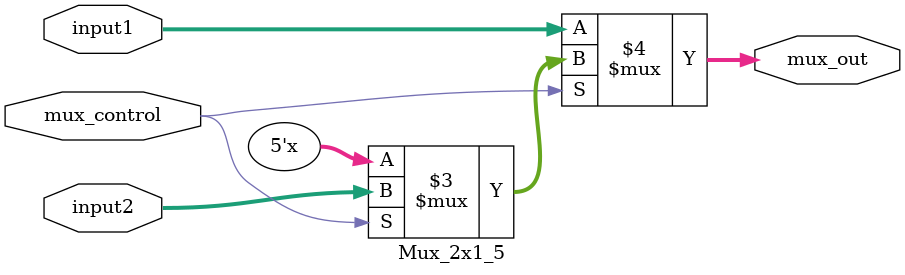
<source format=v>
module Mux_2x1_5 (mux_out, input1, input2, mux_control);

//This module is used for selecting one of the 5 bit inputs to the output

input [4:0] input1, input2;
input mux_control;
output [4:0] mux_out;

assign mux_out = (mux_control == 1'b0) ? input1 : (mux_control == 1'b1) ? input2 : 5'bx;

endmodule

</source>
